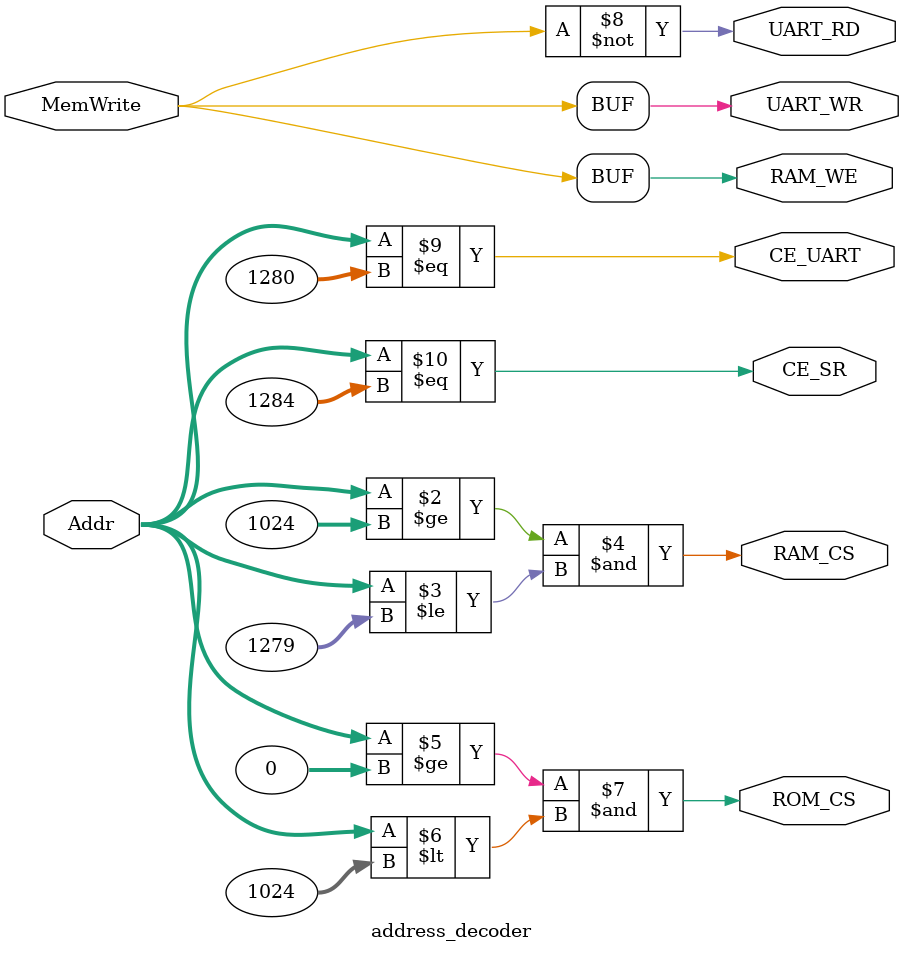
<source format=v>
module address_decoder (MemWrite,Addr,RAM_CS,RAM_WE,ROM_CS,UART_WR, UART_RD, CE_SR,CE_UART);

   input MemWrite;
   input [31:0] Addr;
   output reg	RAM_CS;
   output reg	RAM_WE;
   output reg	ROM_CS;
   output reg 	UART_WR;
   output reg 	UART_RD;
   output reg 	CE_UART;
   output reg 	CE_SR;

	always @(*) begin
		RAM_CS = (Addr >= 32'h0400) & (Addr <= 32'h04ff);
		RAM_WE = MemWrite;
		ROM_CS = (Addr >= 32'h0000) & (Addr < 32'h0400);
		UART_WR = MemWrite;  // Tx 
		UART_RD = ~MemWrite;  // Rx
		CE_UART = Addr == 32'h0500;  // uart en
		CE_SR = Addr == 32'h0504; //status reg
	end
	
endmodule

</source>
